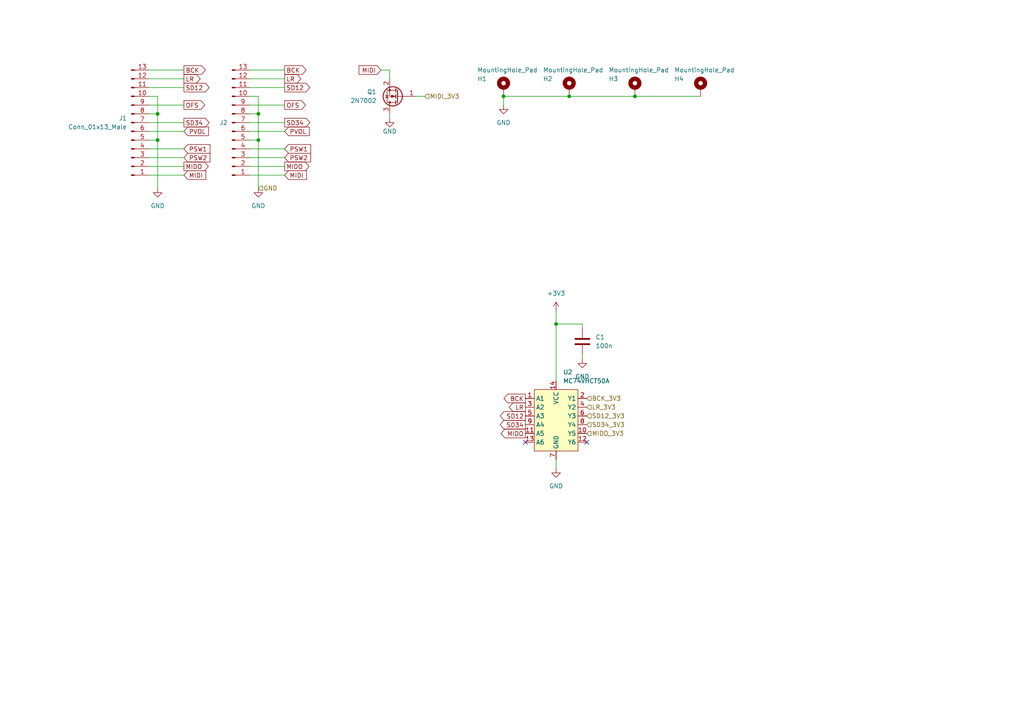
<source format=kicad_sch>
(kicad_sch (version 20211123) (generator eeschema)

  (uuid 7e2bd4b2-4005-4ceb-9b6d-779a5979155d)

  (paper "A4")

  (lib_symbols
    (symbol "Connector:Conn_01x13_Male" (pin_names (offset 1.016) hide) (in_bom yes) (on_board yes)
      (property "Reference" "J" (id 0) (at 0 17.78 0)
        (effects (font (size 1.27 1.27)))
      )
      (property "Value" "Conn_01x13_Male" (id 1) (at 0 -17.78 0)
        (effects (font (size 1.27 1.27)))
      )
      (property "Footprint" "" (id 2) (at 0 0 0)
        (effects (font (size 1.27 1.27)) hide)
      )
      (property "Datasheet" "~" (id 3) (at 0 0 0)
        (effects (font (size 1.27 1.27)) hide)
      )
      (property "ki_keywords" "connector" (id 4) (at 0 0 0)
        (effects (font (size 1.27 1.27)) hide)
      )
      (property "ki_description" "Generic connector, single row, 01x13, script generated (kicad-library-utils/schlib/autogen/connector/)" (id 5) (at 0 0 0)
        (effects (font (size 1.27 1.27)) hide)
      )
      (property "ki_fp_filters" "Connector*:*_1x??_*" (id 6) (at 0 0 0)
        (effects (font (size 1.27 1.27)) hide)
      )
      (symbol "Conn_01x13_Male_1_1"
        (polyline
          (pts
            (xy 1.27 -15.24)
            (xy 0.8636 -15.24)
          )
          (stroke (width 0.1524) (type default) (color 0 0 0 0))
          (fill (type none))
        )
        (polyline
          (pts
            (xy 1.27 -12.7)
            (xy 0.8636 -12.7)
          )
          (stroke (width 0.1524) (type default) (color 0 0 0 0))
          (fill (type none))
        )
        (polyline
          (pts
            (xy 1.27 -10.16)
            (xy 0.8636 -10.16)
          )
          (stroke (width 0.1524) (type default) (color 0 0 0 0))
          (fill (type none))
        )
        (polyline
          (pts
            (xy 1.27 -7.62)
            (xy 0.8636 -7.62)
          )
          (stroke (width 0.1524) (type default) (color 0 0 0 0))
          (fill (type none))
        )
        (polyline
          (pts
            (xy 1.27 -5.08)
            (xy 0.8636 -5.08)
          )
          (stroke (width 0.1524) (type default) (color 0 0 0 0))
          (fill (type none))
        )
        (polyline
          (pts
            (xy 1.27 -2.54)
            (xy 0.8636 -2.54)
          )
          (stroke (width 0.1524) (type default) (color 0 0 0 0))
          (fill (type none))
        )
        (polyline
          (pts
            (xy 1.27 0)
            (xy 0.8636 0)
          )
          (stroke (width 0.1524) (type default) (color 0 0 0 0))
          (fill (type none))
        )
        (polyline
          (pts
            (xy 1.27 2.54)
            (xy 0.8636 2.54)
          )
          (stroke (width 0.1524) (type default) (color 0 0 0 0))
          (fill (type none))
        )
        (polyline
          (pts
            (xy 1.27 5.08)
            (xy 0.8636 5.08)
          )
          (stroke (width 0.1524) (type default) (color 0 0 0 0))
          (fill (type none))
        )
        (polyline
          (pts
            (xy 1.27 7.62)
            (xy 0.8636 7.62)
          )
          (stroke (width 0.1524) (type default) (color 0 0 0 0))
          (fill (type none))
        )
        (polyline
          (pts
            (xy 1.27 10.16)
            (xy 0.8636 10.16)
          )
          (stroke (width 0.1524) (type default) (color 0 0 0 0))
          (fill (type none))
        )
        (polyline
          (pts
            (xy 1.27 12.7)
            (xy 0.8636 12.7)
          )
          (stroke (width 0.1524) (type default) (color 0 0 0 0))
          (fill (type none))
        )
        (polyline
          (pts
            (xy 1.27 15.24)
            (xy 0.8636 15.24)
          )
          (stroke (width 0.1524) (type default) (color 0 0 0 0))
          (fill (type none))
        )
        (rectangle (start 0.8636 -15.113) (end 0 -15.367)
          (stroke (width 0.1524) (type default) (color 0 0 0 0))
          (fill (type outline))
        )
        (rectangle (start 0.8636 -12.573) (end 0 -12.827)
          (stroke (width 0.1524) (type default) (color 0 0 0 0))
          (fill (type outline))
        )
        (rectangle (start 0.8636 -10.033) (end 0 -10.287)
          (stroke (width 0.1524) (type default) (color 0 0 0 0))
          (fill (type outline))
        )
        (rectangle (start 0.8636 -7.493) (end 0 -7.747)
          (stroke (width 0.1524) (type default) (color 0 0 0 0))
          (fill (type outline))
        )
        (rectangle (start 0.8636 -4.953) (end 0 -5.207)
          (stroke (width 0.1524) (type default) (color 0 0 0 0))
          (fill (type outline))
        )
        (rectangle (start 0.8636 -2.413) (end 0 -2.667)
          (stroke (width 0.1524) (type default) (color 0 0 0 0))
          (fill (type outline))
        )
        (rectangle (start 0.8636 0.127) (end 0 -0.127)
          (stroke (width 0.1524) (type default) (color 0 0 0 0))
          (fill (type outline))
        )
        (rectangle (start 0.8636 2.667) (end 0 2.413)
          (stroke (width 0.1524) (type default) (color 0 0 0 0))
          (fill (type outline))
        )
        (rectangle (start 0.8636 5.207) (end 0 4.953)
          (stroke (width 0.1524) (type default) (color 0 0 0 0))
          (fill (type outline))
        )
        (rectangle (start 0.8636 7.747) (end 0 7.493)
          (stroke (width 0.1524) (type default) (color 0 0 0 0))
          (fill (type outline))
        )
        (rectangle (start 0.8636 10.287) (end 0 10.033)
          (stroke (width 0.1524) (type default) (color 0 0 0 0))
          (fill (type outline))
        )
        (rectangle (start 0.8636 12.827) (end 0 12.573)
          (stroke (width 0.1524) (type default) (color 0 0 0 0))
          (fill (type outline))
        )
        (rectangle (start 0.8636 15.367) (end 0 15.113)
          (stroke (width 0.1524) (type default) (color 0 0 0 0))
          (fill (type outline))
        )
        (pin passive line (at 5.08 15.24 180) (length 3.81)
          (name "Pin_1" (effects (font (size 1.27 1.27))))
          (number "1" (effects (font (size 1.27 1.27))))
        )
        (pin passive line (at 5.08 -7.62 180) (length 3.81)
          (name "Pin_10" (effects (font (size 1.27 1.27))))
          (number "10" (effects (font (size 1.27 1.27))))
        )
        (pin passive line (at 5.08 -10.16 180) (length 3.81)
          (name "Pin_11" (effects (font (size 1.27 1.27))))
          (number "11" (effects (font (size 1.27 1.27))))
        )
        (pin passive line (at 5.08 -12.7 180) (length 3.81)
          (name "Pin_12" (effects (font (size 1.27 1.27))))
          (number "12" (effects (font (size 1.27 1.27))))
        )
        (pin passive line (at 5.08 -15.24 180) (length 3.81)
          (name "Pin_13" (effects (font (size 1.27 1.27))))
          (number "13" (effects (font (size 1.27 1.27))))
        )
        (pin passive line (at 5.08 12.7 180) (length 3.81)
          (name "Pin_2" (effects (font (size 1.27 1.27))))
          (number "2" (effects (font (size 1.27 1.27))))
        )
        (pin passive line (at 5.08 10.16 180) (length 3.81)
          (name "Pin_3" (effects (font (size 1.27 1.27))))
          (number "3" (effects (font (size 1.27 1.27))))
        )
        (pin passive line (at 5.08 7.62 180) (length 3.81)
          (name "Pin_4" (effects (font (size 1.27 1.27))))
          (number "4" (effects (font (size 1.27 1.27))))
        )
        (pin passive line (at 5.08 5.08 180) (length 3.81)
          (name "Pin_5" (effects (font (size 1.27 1.27))))
          (number "5" (effects (font (size 1.27 1.27))))
        )
        (pin passive line (at 5.08 2.54 180) (length 3.81)
          (name "Pin_6" (effects (font (size 1.27 1.27))))
          (number "6" (effects (font (size 1.27 1.27))))
        )
        (pin passive line (at 5.08 0 180) (length 3.81)
          (name "Pin_7" (effects (font (size 1.27 1.27))))
          (number "7" (effects (font (size 1.27 1.27))))
        )
        (pin passive line (at 5.08 -2.54 180) (length 3.81)
          (name "Pin_8" (effects (font (size 1.27 1.27))))
          (number "8" (effects (font (size 1.27 1.27))))
        )
        (pin passive line (at 5.08 -5.08 180) (length 3.81)
          (name "Pin_9" (effects (font (size 1.27 1.27))))
          (number "9" (effects (font (size 1.27 1.27))))
        )
      )
    )
    (symbol "Device:C" (pin_numbers hide) (pin_names (offset 0.254)) (in_bom yes) (on_board yes)
      (property "Reference" "C" (id 0) (at 0.635 2.54 0)
        (effects (font (size 1.27 1.27)) (justify left))
      )
      (property "Value" "C" (id 1) (at 0.635 -2.54 0)
        (effects (font (size 1.27 1.27)) (justify left))
      )
      (property "Footprint" "" (id 2) (at 0.9652 -3.81 0)
        (effects (font (size 1.27 1.27)) hide)
      )
      (property "Datasheet" "~" (id 3) (at 0 0 0)
        (effects (font (size 1.27 1.27)) hide)
      )
      (property "ki_keywords" "cap capacitor" (id 4) (at 0 0 0)
        (effects (font (size 1.27 1.27)) hide)
      )
      (property "ki_description" "Unpolarized capacitor" (id 5) (at 0 0 0)
        (effects (font (size 1.27 1.27)) hide)
      )
      (property "ki_fp_filters" "C_*" (id 6) (at 0 0 0)
        (effects (font (size 1.27 1.27)) hide)
      )
      (symbol "C_0_1"
        (polyline
          (pts
            (xy -2.032 -0.762)
            (xy 2.032 -0.762)
          )
          (stroke (width 0.508) (type default) (color 0 0 0 0))
          (fill (type none))
        )
        (polyline
          (pts
            (xy -2.032 0.762)
            (xy 2.032 0.762)
          )
          (stroke (width 0.508) (type default) (color 0 0 0 0))
          (fill (type none))
        )
      )
      (symbol "C_1_1"
        (pin passive line (at 0 3.81 270) (length 2.794)
          (name "~" (effects (font (size 1.27 1.27))))
          (number "1" (effects (font (size 1.27 1.27))))
        )
        (pin passive line (at 0 -3.81 90) (length 2.794)
          (name "~" (effects (font (size 1.27 1.27))))
          (number "2" (effects (font (size 1.27 1.27))))
        )
      )
    )
    (symbol "Mechanical:MountingHole_Pad" (pin_numbers hide) (pin_names (offset 1.016) hide) (in_bom yes) (on_board yes)
      (property "Reference" "H" (id 0) (at 0 6.35 0)
        (effects (font (size 1.27 1.27)))
      )
      (property "Value" "MountingHole_Pad" (id 1) (at 0 4.445 0)
        (effects (font (size 1.27 1.27)))
      )
      (property "Footprint" "" (id 2) (at 0 0 0)
        (effects (font (size 1.27 1.27)) hide)
      )
      (property "Datasheet" "~" (id 3) (at 0 0 0)
        (effects (font (size 1.27 1.27)) hide)
      )
      (property "ki_keywords" "mounting hole" (id 4) (at 0 0 0)
        (effects (font (size 1.27 1.27)) hide)
      )
      (property "ki_description" "Mounting Hole with connection" (id 5) (at 0 0 0)
        (effects (font (size 1.27 1.27)) hide)
      )
      (property "ki_fp_filters" "MountingHole*Pad*" (id 6) (at 0 0 0)
        (effects (font (size 1.27 1.27)) hide)
      )
      (symbol "MountingHole_Pad_0_1"
        (circle (center 0 1.27) (radius 1.27)
          (stroke (width 1.27) (type default) (color 0 0 0 0))
          (fill (type none))
        )
      )
      (symbol "MountingHole_Pad_1_1"
        (pin input line (at 0 -2.54 90) (length 2.54)
          (name "1" (effects (font (size 1.27 1.27))))
          (number "1" (effects (font (size 1.27 1.27))))
        )
      )
    )
    (symbol "New_Library:MC74VHCT50A" (in_bom yes) (on_board yes)
      (property "Reference" "U" (id 0) (at -6.35 10.16 0)
        (effects (font (size 1.27 1.27)))
      )
      (property "Value" "MC74VHCT50A" (id 1) (at -8.89 -10.16 0)
        (effects (font (size 1.27 1.27)))
      )
      (property "Footprint" "" (id 2) (at 22.86 10.16 0)
        (effects (font (size 1.27 1.27)) hide)
      )
      (property "Datasheet" "https://www.onsemi.com/pdf/datasheet/mc74vhct50a-d.pdf" (id 3) (at -1.27 0 0)
        (effects (font (size 1.27 1.27)) hide)
      )
      (property "ki_fp_filters" "Package_SO:TSSOP-14_4.4x5mm_P0.65mm Package_SO:SOIC-14_3.9x8.7mm_P1.27mm" (id 4) (at 0 0 0)
        (effects (font (size 1.27 1.27)) hide)
      )
      (symbol "MC74VHCT50A_0_1"
        (rectangle (start -6.35 8.89) (end 6.35 -8.89)
          (stroke (width 0) (type default) (color 0 0 0 0))
          (fill (type background))
        )
      )
      (symbol "MC74VHCT50A_1_1"
        (pin input line (at -8.89 6.35 0) (length 2.54)
          (name "A1" (effects (font (size 1.27 1.27))))
          (number "1" (effects (font (size 1.27 1.27))))
        )
        (pin output line (at 8.89 -3.81 180) (length 2.54)
          (name "Y5" (effects (font (size 1.27 1.27))))
          (number "10" (effects (font (size 1.27 1.27))))
        )
        (pin input line (at -8.89 -3.81 0) (length 2.54)
          (name "A5" (effects (font (size 1.27 1.27))))
          (number "11" (effects (font (size 1.27 1.27))))
        )
        (pin output line (at 8.89 -6.35 180) (length 2.54)
          (name "Y6" (effects (font (size 1.27 1.27))))
          (number "12" (effects (font (size 1.27 1.27))))
        )
        (pin input line (at -8.89 -6.35 0) (length 2.54)
          (name "A6" (effects (font (size 1.27 1.27))))
          (number "13" (effects (font (size 1.27 1.27))))
        )
        (pin power_in line (at 0 11.43 270) (length 2.54)
          (name "VCC" (effects (font (size 1.27 1.27))))
          (number "14" (effects (font (size 1.27 1.27))))
        )
        (pin output line (at 8.89 6.35 180) (length 2.54)
          (name "Y1" (effects (font (size 1.27 1.27))))
          (number "2" (effects (font (size 1.27 1.27))))
        )
        (pin input line (at -8.89 3.81 0) (length 2.54)
          (name "A2" (effects (font (size 1.27 1.27))))
          (number "3" (effects (font (size 1.27 1.27))))
        )
        (pin output line (at 8.89 3.81 180) (length 2.54)
          (name "Y2" (effects (font (size 1.27 1.27))))
          (number "4" (effects (font (size 1.27 1.27))))
        )
        (pin input line (at -8.89 1.27 0) (length 2.54)
          (name "A3" (effects (font (size 1.27 1.27))))
          (number "5" (effects (font (size 1.27 1.27))))
        )
        (pin output line (at 8.89 1.27 180) (length 2.54)
          (name "Y3" (effects (font (size 1.27 1.27))))
          (number "6" (effects (font (size 1.27 1.27))))
        )
        (pin power_in line (at 0 -11.43 90) (length 2.54)
          (name "GND" (effects (font (size 1.27 1.27))))
          (number "7" (effects (font (size 1.27 1.27))))
        )
        (pin output line (at 8.89 -1.27 180) (length 2.54)
          (name "Y4" (effects (font (size 1.27 1.27))))
          (number "8" (effects (font (size 1.27 1.27))))
        )
        (pin input line (at -8.89 -1.27 0) (length 2.54)
          (name "A4" (effects (font (size 1.27 1.27))))
          (number "9" (effects (font (size 1.27 1.27))))
        )
      )
    )
    (symbol "Transistor_FET:2N7002" (pin_names hide) (in_bom yes) (on_board yes)
      (property "Reference" "Q" (id 0) (at 5.08 1.905 0)
        (effects (font (size 1.27 1.27)) (justify left))
      )
      (property "Value" "2N7002" (id 1) (at 5.08 0 0)
        (effects (font (size 1.27 1.27)) (justify left))
      )
      (property "Footprint" "Package_TO_SOT_SMD:SOT-23" (id 2) (at 5.08 -1.905 0)
        (effects (font (size 1.27 1.27) italic) (justify left) hide)
      )
      (property "Datasheet" "https://www.onsemi.com/pub/Collateral/NDS7002A-D.PDF" (id 3) (at 0 0 0)
        (effects (font (size 1.27 1.27)) (justify left) hide)
      )
      (property "ki_keywords" "N-Channel Switching MOSFET" (id 4) (at 0 0 0)
        (effects (font (size 1.27 1.27)) hide)
      )
      (property "ki_description" "0.115A Id, 60V Vds, N-Channel MOSFET, SOT-23" (id 5) (at 0 0 0)
        (effects (font (size 1.27 1.27)) hide)
      )
      (property "ki_fp_filters" "SOT?23*" (id 6) (at 0 0 0)
        (effects (font (size 1.27 1.27)) hide)
      )
      (symbol "2N7002_0_1"
        (polyline
          (pts
            (xy 0.254 0)
            (xy -2.54 0)
          )
          (stroke (width 0) (type default) (color 0 0 0 0))
          (fill (type none))
        )
        (polyline
          (pts
            (xy 0.254 1.905)
            (xy 0.254 -1.905)
          )
          (stroke (width 0.254) (type default) (color 0 0 0 0))
          (fill (type none))
        )
        (polyline
          (pts
            (xy 0.762 -1.27)
            (xy 0.762 -2.286)
          )
          (stroke (width 0.254) (type default) (color 0 0 0 0))
          (fill (type none))
        )
        (polyline
          (pts
            (xy 0.762 0.508)
            (xy 0.762 -0.508)
          )
          (stroke (width 0.254) (type default) (color 0 0 0 0))
          (fill (type none))
        )
        (polyline
          (pts
            (xy 0.762 2.286)
            (xy 0.762 1.27)
          )
          (stroke (width 0.254) (type default) (color 0 0 0 0))
          (fill (type none))
        )
        (polyline
          (pts
            (xy 2.54 2.54)
            (xy 2.54 1.778)
          )
          (stroke (width 0) (type default) (color 0 0 0 0))
          (fill (type none))
        )
        (polyline
          (pts
            (xy 2.54 -2.54)
            (xy 2.54 0)
            (xy 0.762 0)
          )
          (stroke (width 0) (type default) (color 0 0 0 0))
          (fill (type none))
        )
        (polyline
          (pts
            (xy 0.762 -1.778)
            (xy 3.302 -1.778)
            (xy 3.302 1.778)
            (xy 0.762 1.778)
          )
          (stroke (width 0) (type default) (color 0 0 0 0))
          (fill (type none))
        )
        (polyline
          (pts
            (xy 1.016 0)
            (xy 2.032 0.381)
            (xy 2.032 -0.381)
            (xy 1.016 0)
          )
          (stroke (width 0) (type default) (color 0 0 0 0))
          (fill (type outline))
        )
        (polyline
          (pts
            (xy 2.794 0.508)
            (xy 2.921 0.381)
            (xy 3.683 0.381)
            (xy 3.81 0.254)
          )
          (stroke (width 0) (type default) (color 0 0 0 0))
          (fill (type none))
        )
        (polyline
          (pts
            (xy 3.302 0.381)
            (xy 2.921 -0.254)
            (xy 3.683 -0.254)
            (xy 3.302 0.381)
          )
          (stroke (width 0) (type default) (color 0 0 0 0))
          (fill (type none))
        )
        (circle (center 1.651 0) (radius 2.794)
          (stroke (width 0.254) (type default) (color 0 0 0 0))
          (fill (type none))
        )
        (circle (center 2.54 -1.778) (radius 0.254)
          (stroke (width 0) (type default) (color 0 0 0 0))
          (fill (type outline))
        )
        (circle (center 2.54 1.778) (radius 0.254)
          (stroke (width 0) (type default) (color 0 0 0 0))
          (fill (type outline))
        )
      )
      (symbol "2N7002_1_1"
        (pin input line (at -5.08 0 0) (length 2.54)
          (name "G" (effects (font (size 1.27 1.27))))
          (number "1" (effects (font (size 1.27 1.27))))
        )
        (pin passive line (at 2.54 -5.08 90) (length 2.54)
          (name "S" (effects (font (size 1.27 1.27))))
          (number "2" (effects (font (size 1.27 1.27))))
        )
        (pin passive line (at 2.54 5.08 270) (length 2.54)
          (name "D" (effects (font (size 1.27 1.27))))
          (number "3" (effects (font (size 1.27 1.27))))
        )
      )
    )
    (symbol "power:+3V3" (power) (pin_names (offset 0)) (in_bom yes) (on_board yes)
      (property "Reference" "#PWR" (id 0) (at 0 -3.81 0)
        (effects (font (size 1.27 1.27)) hide)
      )
      (property "Value" "+3V3" (id 1) (at 0 3.556 0)
        (effects (font (size 1.27 1.27)))
      )
      (property "Footprint" "" (id 2) (at 0 0 0)
        (effects (font (size 1.27 1.27)) hide)
      )
      (property "Datasheet" "" (id 3) (at 0 0 0)
        (effects (font (size 1.27 1.27)) hide)
      )
      (property "ki_keywords" "power-flag" (id 4) (at 0 0 0)
        (effects (font (size 1.27 1.27)) hide)
      )
      (property "ki_description" "Power symbol creates a global label with name \"+3V3\"" (id 5) (at 0 0 0)
        (effects (font (size 1.27 1.27)) hide)
      )
      (symbol "+3V3_0_1"
        (polyline
          (pts
            (xy -0.762 1.27)
            (xy 0 2.54)
          )
          (stroke (width 0) (type default) (color 0 0 0 0))
          (fill (type none))
        )
        (polyline
          (pts
            (xy 0 0)
            (xy 0 2.54)
          )
          (stroke (width 0) (type default) (color 0 0 0 0))
          (fill (type none))
        )
        (polyline
          (pts
            (xy 0 2.54)
            (xy 0.762 1.27)
          )
          (stroke (width 0) (type default) (color 0 0 0 0))
          (fill (type none))
        )
      )
      (symbol "+3V3_1_1"
        (pin power_in line (at 0 0 90) (length 0) hide
          (name "+3V3" (effects (font (size 1.27 1.27))))
          (number "1" (effects (font (size 1.27 1.27))))
        )
      )
    )
    (symbol "power:GND" (power) (pin_names (offset 0)) (in_bom yes) (on_board yes)
      (property "Reference" "#PWR" (id 0) (at 0 -6.35 0)
        (effects (font (size 1.27 1.27)) hide)
      )
      (property "Value" "GND" (id 1) (at 0 -3.81 0)
        (effects (font (size 1.27 1.27)))
      )
      (property "Footprint" "" (id 2) (at 0 0 0)
        (effects (font (size 1.27 1.27)) hide)
      )
      (property "Datasheet" "" (id 3) (at 0 0 0)
        (effects (font (size 1.27 1.27)) hide)
      )
      (property "ki_keywords" "power-flag" (id 4) (at 0 0 0)
        (effects (font (size 1.27 1.27)) hide)
      )
      (property "ki_description" "Power symbol creates a global label with name \"GND\" , ground" (id 5) (at 0 0 0)
        (effects (font (size 1.27 1.27)) hide)
      )
      (symbol "GND_0_1"
        (polyline
          (pts
            (xy 0 0)
            (xy 0 -1.27)
            (xy 1.27 -1.27)
            (xy 0 -2.54)
            (xy -1.27 -1.27)
            (xy 0 -1.27)
          )
          (stroke (width 0) (type default) (color 0 0 0 0))
          (fill (type none))
        )
      )
      (symbol "GND_1_1"
        (pin power_in line (at 0 0 270) (length 0) hide
          (name "GND" (effects (font (size 1.27 1.27))))
          (number "1" (effects (font (size 1.27 1.27))))
        )
      )
    )
  )

  (junction (at 45.72 40.64) (diameter 0) (color 0 0 0 0)
    (uuid 00d93f93-817c-4a4a-9b98-74cbab66fbb8)
  )
  (junction (at 184.15 27.94) (diameter 0) (color 0 0 0 0)
    (uuid 0d91e695-d4eb-4e17-a561-1d88f7240780)
  )
  (junction (at 74.93 33.02) (diameter 0) (color 0 0 0 0)
    (uuid 1e05cf42-f9c8-43d4-b029-2a8bbfc04162)
  )
  (junction (at 146.05 27.94) (diameter 0) (color 0 0 0 0)
    (uuid 85e984ca-3669-4d2c-89a2-7d913ed32e47)
  )
  (junction (at 165.1 27.94) (diameter 0) (color 0 0 0 0)
    (uuid b051d0b2-686f-4fd1-9f98-11ed2f8f6606)
  )
  (junction (at 161.29 93.98) (diameter 0) (color 0 0 0 0)
    (uuid c3b13e7e-ebe5-4317-9efc-1e4470715dd1)
  )
  (junction (at 45.72 33.02) (diameter 0) (color 0 0 0 0)
    (uuid ea1d19d1-5324-4880-89e7-e94e71d77d2b)
  )
  (junction (at 74.93 40.64) (diameter 0) (color 0 0 0 0)
    (uuid f7bfcddc-9c64-4c64-93ee-91438c8b1699)
  )

  (no_connect (at 152.4 128.27) (uuid 5bddbd3d-2964-4b88-8cdf-a895f4087d15))
  (no_connect (at 170.18 128.27) (uuid 5bddbd3d-2964-4b88-8cdf-a895f4087d16))

  (wire (pts (xy 82.55 20.32) (xy 72.39 20.32))
    (stroke (width 0) (type default) (color 0 0 0 0))
    (uuid 0180eeaa-33bc-4814-bb36-be885530c684)
  )
  (wire (pts (xy 53.34 38.1) (xy 43.18 38.1))
    (stroke (width 0) (type default) (color 0 0 0 0))
    (uuid 045727d9-bd9b-452b-9df6-ce2b7a08931b)
  )
  (wire (pts (xy 74.93 27.94) (xy 72.39 27.94))
    (stroke (width 0) (type default) (color 0 0 0 0))
    (uuid 063cd404-788d-4fbd-8c68-e866f24ebf58)
  )
  (wire (pts (xy 53.34 50.8) (xy 43.18 50.8))
    (stroke (width 0) (type default) (color 0 0 0 0))
    (uuid 0d64ba8c-0eda-4de1-ba6d-898b95c183d1)
  )
  (wire (pts (xy 161.29 93.98) (xy 168.91 93.98))
    (stroke (width 0) (type default) (color 0 0 0 0))
    (uuid 0f4399fa-9ce5-4f24-84b6-a0ec1b99e991)
  )
  (wire (pts (xy 53.34 25.4) (xy 43.18 25.4))
    (stroke (width 0) (type default) (color 0 0 0 0))
    (uuid 113cfa22-b729-4c11-a4b5-13daeb1e7ab9)
  )
  (wire (pts (xy 146.05 27.94) (xy 146.05 30.48))
    (stroke (width 0) (type default) (color 0 0 0 0))
    (uuid 11871229-22bf-42b1-a7c9-d0d066b6838a)
  )
  (wire (pts (xy 72.39 40.64) (xy 74.93 40.64))
    (stroke (width 0) (type default) (color 0 0 0 0))
    (uuid 1dfb3a17-bd11-4497-a395-bc7b151cbc5c)
  )
  (wire (pts (xy 43.18 33.02) (xy 45.72 33.02))
    (stroke (width 0) (type default) (color 0 0 0 0))
    (uuid 211fa99c-3812-4e87-965d-152d30318ffe)
  )
  (wire (pts (xy 45.72 33.02) (xy 45.72 27.94))
    (stroke (width 0) (type default) (color 0 0 0 0))
    (uuid 220fc261-0544-4d4a-aeb3-1745f85a41a9)
  )
  (wire (pts (xy 123.19 27.94) (xy 120.65 27.94))
    (stroke (width 0) (type default) (color 0 0 0 0))
    (uuid 2aa94306-19ce-44df-953e-e229e650a11d)
  )
  (wire (pts (xy 203.2 27.94) (xy 184.15 27.94))
    (stroke (width 0) (type default) (color 0 0 0 0))
    (uuid 32a4ecb9-9505-4966-988b-b05f33692228)
  )
  (wire (pts (xy 74.93 54.61) (xy 74.93 40.64))
    (stroke (width 0) (type default) (color 0 0 0 0))
    (uuid 3b4b8724-8c61-4a2d-9861-90587c4236a3)
  )
  (wire (pts (xy 161.29 93.98) (xy 161.29 110.49))
    (stroke (width 0) (type default) (color 0 0 0 0))
    (uuid 3ea164ae-4fc7-4742-962e-c33841cb1a1a)
  )
  (wire (pts (xy 82.55 45.72) (xy 72.39 45.72))
    (stroke (width 0) (type default) (color 0 0 0 0))
    (uuid 461d861e-fc5d-4937-9695-7fccc3718b41)
  )
  (wire (pts (xy 53.34 22.86) (xy 43.18 22.86))
    (stroke (width 0) (type default) (color 0 0 0 0))
    (uuid 5008d2ba-3f84-4d48-98eb-74418a605cf6)
  )
  (wire (pts (xy 82.55 35.56) (xy 72.39 35.56))
    (stroke (width 0) (type default) (color 0 0 0 0))
    (uuid 5187af06-feb0-4de5-9c1b-c866e473051a)
  )
  (wire (pts (xy 72.39 33.02) (xy 74.93 33.02))
    (stroke (width 0) (type default) (color 0 0 0 0))
    (uuid 530d79ca-19c3-4c5e-98f9-2c954cf2d532)
  )
  (wire (pts (xy 113.03 34.29) (xy 113.03 33.02))
    (stroke (width 0) (type default) (color 0 0 0 0))
    (uuid 56a0cf08-bcf5-451f-a778-1c305dca9f71)
  )
  (wire (pts (xy 168.91 104.14) (xy 168.91 102.87))
    (stroke (width 0) (type default) (color 0 0 0 0))
    (uuid 578b028c-d478-4318-9383-2598e4450a1d)
  )
  (wire (pts (xy 82.55 50.8) (xy 72.39 50.8))
    (stroke (width 0) (type default) (color 0 0 0 0))
    (uuid 59bb77cc-4598-424e-add9-ad8be73d09dc)
  )
  (wire (pts (xy 45.72 54.61) (xy 45.72 40.64))
    (stroke (width 0) (type default) (color 0 0 0 0))
    (uuid 5a47e33f-3764-4e73-b41f-28daf4c5426d)
  )
  (wire (pts (xy 168.91 93.98) (xy 168.91 95.25))
    (stroke (width 0) (type default) (color 0 0 0 0))
    (uuid 6472e3d5-f807-45d2-80ad-ac43f9f902e1)
  )
  (wire (pts (xy 53.34 35.56) (xy 43.18 35.56))
    (stroke (width 0) (type default) (color 0 0 0 0))
    (uuid 6725cf01-8b6d-4ff6-9c5b-235f9ce6b2d0)
  )
  (wire (pts (xy 74.93 33.02) (xy 74.93 27.94))
    (stroke (width 0) (type default) (color 0 0 0 0))
    (uuid 692c5763-0eb7-43fc-ae4e-24082b5781dd)
  )
  (wire (pts (xy 161.29 90.17) (xy 161.29 93.98))
    (stroke (width 0) (type default) (color 0 0 0 0))
    (uuid 78604aac-f8c1-4aa4-9c14-1cf162e37595)
  )
  (wire (pts (xy 45.72 40.64) (xy 45.72 33.02))
    (stroke (width 0) (type default) (color 0 0 0 0))
    (uuid 79889e4b-eff6-49d4-9c65-27cdc8a88f9b)
  )
  (wire (pts (xy 74.93 40.64) (xy 74.93 33.02))
    (stroke (width 0) (type default) (color 0 0 0 0))
    (uuid 7f289a5c-692d-4a6f-9434-59c2b1fb75d6)
  )
  (wire (pts (xy 110.49 20.32) (xy 113.03 20.32))
    (stroke (width 0) (type default) (color 0 0 0 0))
    (uuid 81ba34c6-2125-4583-9449-6225eb3db136)
  )
  (wire (pts (xy 53.34 48.26) (xy 43.18 48.26))
    (stroke (width 0) (type default) (color 0 0 0 0))
    (uuid 9494a350-5abf-429b-8d90-de916f6b309c)
  )
  (wire (pts (xy 82.55 48.26) (xy 72.39 48.26))
    (stroke (width 0) (type default) (color 0 0 0 0))
    (uuid 9602a74c-4db2-4dc3-bf09-b79de5e4f007)
  )
  (wire (pts (xy 184.15 27.94) (xy 165.1 27.94))
    (stroke (width 0) (type default) (color 0 0 0 0))
    (uuid 968eca6d-217f-463f-8a63-07d91e97b1ae)
  )
  (wire (pts (xy 82.55 25.4) (xy 72.39 25.4))
    (stroke (width 0) (type default) (color 0 0 0 0))
    (uuid 9825fee3-4f84-4c0f-a6dd-daa3710f68fa)
  )
  (wire (pts (xy 53.34 30.48) (xy 43.18 30.48))
    (stroke (width 0) (type default) (color 0 0 0 0))
    (uuid 9958192b-4181-4550-a2fd-6af613803b99)
  )
  (wire (pts (xy 113.03 20.32) (xy 113.03 22.86))
    (stroke (width 0) (type default) (color 0 0 0 0))
    (uuid 9a986612-ea70-458d-87e0-5f00532f45b4)
  )
  (wire (pts (xy 45.72 27.94) (xy 43.18 27.94))
    (stroke (width 0) (type default) (color 0 0 0 0))
    (uuid 9da897ef-a967-4cc6-a99e-e5e430f76010)
  )
  (wire (pts (xy 82.55 22.86) (xy 72.39 22.86))
    (stroke (width 0) (type default) (color 0 0 0 0))
    (uuid 9e618b0f-ba9c-4acc-a908-f323d9d041cd)
  )
  (wire (pts (xy 82.55 43.18) (xy 72.39 43.18))
    (stroke (width 0) (type default) (color 0 0 0 0))
    (uuid bc5795ad-6b07-4f7c-9c25-91e2e9f6b57b)
  )
  (wire (pts (xy 53.34 20.32) (xy 43.18 20.32))
    (stroke (width 0) (type default) (color 0 0 0 0))
    (uuid c3ab5015-1d12-477c-a832-39f7166f2aa7)
  )
  (wire (pts (xy 53.34 43.18) (xy 43.18 43.18))
    (stroke (width 0) (type default) (color 0 0 0 0))
    (uuid c5affe03-5db3-4ad3-a109-6ebbc5d6b893)
  )
  (wire (pts (xy 161.29 135.89) (xy 161.29 133.35))
    (stroke (width 0) (type default) (color 0 0 0 0))
    (uuid c8bae535-8a4e-4155-be8e-8d48049428a1)
  )
  (wire (pts (xy 82.55 30.48) (xy 72.39 30.48))
    (stroke (width 0) (type default) (color 0 0 0 0))
    (uuid de8fa6a4-a269-4cda-aef9-0a80fc99ba6d)
  )
  (wire (pts (xy 53.34 45.72) (xy 43.18 45.72))
    (stroke (width 0) (type default) (color 0 0 0 0))
    (uuid df169b50-27c0-4b58-9dac-80b43d76351a)
  )
  (wire (pts (xy 82.55 38.1) (xy 72.39 38.1))
    (stroke (width 0) (type default) (color 0 0 0 0))
    (uuid eb8348e9-ed3f-4837-8a17-01f4efdbbe26)
  )
  (wire (pts (xy 43.18 40.64) (xy 45.72 40.64))
    (stroke (width 0) (type default) (color 0 0 0 0))
    (uuid f12a6a22-6228-4291-b710-aceb3b8bff16)
  )
  (wire (pts (xy 165.1 27.94) (xy 146.05 27.94))
    (stroke (width 0) (type default) (color 0 0 0 0))
    (uuid f7e0bbc7-e78d-4e09-9a76-f334686783ee)
  )

  (global_label "PVOL" (shape input) (at 53.34 38.1 0) (fields_autoplaced)
    (effects (font (size 1.27 1.27)) (justify left))
    (uuid 020c3b76-d922-434a-ab8f-f7d8cfb855c4)
    (property "Intersheet References" "${INTERSHEET_REFS}" (id 0) (at 60.4702 38.0206 0)
      (effects (font (size 1.27 1.27)) (justify left) hide)
    )
  )
  (global_label "SD34" (shape output) (at 82.55 35.56 0) (fields_autoplaced)
    (effects (font (size 1.27 1.27)) (justify left))
    (uuid 06089508-65e3-4680-8fc3-5488b5a1766f)
    (property "Intersheet References" "${INTERSHEET_REFS}" (id 0) (at 89.8617 35.4806 0)
      (effects (font (size 1.27 1.27)) (justify left) hide)
    )
  )
  (global_label "LR" (shape output) (at 152.4 118.11 180) (fields_autoplaced)
    (effects (font (size 1.27 1.27)) (justify right))
    (uuid 081e8550-56e4-4de8-b0fa-6fffd3533074)
    (property "Intersheet References" "${INTERSHEET_REFS}" (id 0) (at 147.6888 118.1894 0)
      (effects (font (size 1.27 1.27)) (justify right) hide)
    )
  )
  (global_label "MIDI" (shape input) (at 53.34 50.8 0) (fields_autoplaced)
    (effects (font (size 1.27 1.27)) (justify left))
    (uuid 097cba78-68a6-42f7-8a26-7f864fddc99d)
    (property "Intersheet References" "${INTERSHEET_REFS}" (id 0) (at 59.6841 50.7206 0)
      (effects (font (size 1.27 1.27)) (justify left) hide)
    )
  )
  (global_label "SD12" (shape output) (at 82.55 25.4 0) (fields_autoplaced)
    (effects (font (size 1.27 1.27)) (justify left))
    (uuid 22203534-3aff-463c-ab14-fe53dca428a2)
    (property "Intersheet References" "${INTERSHEET_REFS}" (id 0) (at 89.8617 25.3206 0)
      (effects (font (size 1.27 1.27)) (justify left) hide)
    )
  )
  (global_label "SD34" (shape output) (at 53.34 35.56 0) (fields_autoplaced)
    (effects (font (size 1.27 1.27)) (justify left))
    (uuid 234dee4c-640b-4cd4-8220-a061cd8bea6e)
    (property "Intersheet References" "${INTERSHEET_REFS}" (id 0) (at 60.6517 35.4806 0)
      (effects (font (size 1.27 1.27)) (justify left) hide)
    )
  )
  (global_label "MIDI" (shape input) (at 82.55 50.8 0) (fields_autoplaced)
    (effects (font (size 1.27 1.27)) (justify left))
    (uuid 2b094c33-f98e-4946-863c-a41d4b20eb6f)
    (property "Intersheet References" "${INTERSHEET_REFS}" (id 0) (at 88.8941 50.7206 0)
      (effects (font (size 1.27 1.27)) (justify left) hide)
    )
  )
  (global_label "MIDO" (shape output) (at 152.4 125.73 180) (fields_autoplaced)
    (effects (font (size 1.27 1.27)) (justify right))
    (uuid 4e4876e9-3c40-4aae-a23f-a408720c01a8)
    (property "Intersheet References" "${INTERSHEET_REFS}" (id 0) (at 145.3302 125.8094 0)
      (effects (font (size 1.27 1.27)) (justify right) hide)
    )
  )
  (global_label "BCK" (shape output) (at 82.55 20.32 0) (fields_autoplaced)
    (effects (font (size 1.27 1.27)) (justify left))
    (uuid 57092503-2ded-4b6c-904d-9abc7b0ddfa3)
    (property "Intersheet References" "${INTERSHEET_REFS}" (id 0) (at 88.7731 20.2406 0)
      (effects (font (size 1.27 1.27)) (justify left) hide)
    )
  )
  (global_label "OFS" (shape output) (at 82.55 30.48 0) (fields_autoplaced)
    (effects (font (size 1.27 1.27)) (justify left))
    (uuid 604d5a13-f3b2-4926-8008-697c7f009fbf)
    (property "Intersheet References" "${INTERSHEET_REFS}" (id 0) (at 88.5917 30.4006 0)
      (effects (font (size 1.27 1.27)) (justify left) hide)
    )
  )
  (global_label "SD12" (shape output) (at 152.4 120.65 180) (fields_autoplaced)
    (effects (font (size 1.27 1.27)) (justify right))
    (uuid 63a76a2b-431e-41fd-a5ba-133a20affe03)
    (property "Intersheet References" "${INTERSHEET_REFS}" (id 0) (at 145.0883 120.7294 0)
      (effects (font (size 1.27 1.27)) (justify right) hide)
    )
  )
  (global_label "MIDI" (shape input) (at 110.49 20.32 180) (fields_autoplaced)
    (effects (font (size 1.27 1.27)) (justify right))
    (uuid 6ef190e1-19e0-4023-9935-46993f78d6ab)
    (property "Intersheet References" "${INTERSHEET_REFS}" (id 0) (at 104.1459 20.2406 0)
      (effects (font (size 1.27 1.27)) (justify right) hide)
    )
  )
  (global_label "SD34" (shape output) (at 152.4 123.19 180) (fields_autoplaced)
    (effects (font (size 1.27 1.27)) (justify right))
    (uuid 75674b2b-5e49-4d0d-b724-842003ef4290)
    (property "Intersheet References" "${INTERSHEET_REFS}" (id 0) (at 145.0883 123.2694 0)
      (effects (font (size 1.27 1.27)) (justify right) hide)
    )
  )
  (global_label "PSW2" (shape input) (at 53.34 45.72 0) (fields_autoplaced)
    (effects (font (size 1.27 1.27)) (justify left))
    (uuid 76686ba9-d0a0-492b-99bd-ac65ca544d36)
    (property "Intersheet References" "${INTERSHEET_REFS}" (id 0) (at 60.8936 45.6406 0)
      (effects (font (size 1.27 1.27)) (justify left) hide)
    )
  )
  (global_label "PSW1" (shape input) (at 82.55 43.18 0) (fields_autoplaced)
    (effects (font (size 1.27 1.27)) (justify left))
    (uuid 8d98d557-a978-4f0f-8b27-e7c889e546f7)
    (property "Intersheet References" "${INTERSHEET_REFS}" (id 0) (at 90.1036 43.1006 0)
      (effects (font (size 1.27 1.27)) (justify left) hide)
    )
  )
  (global_label "LR" (shape output) (at 82.55 22.86 0) (fields_autoplaced)
    (effects (font (size 1.27 1.27)) (justify left))
    (uuid 9373fead-f98a-4f12-8aec-683a7cb79d87)
    (property "Intersheet References" "${INTERSHEET_REFS}" (id 0) (at 87.2612 22.7806 0)
      (effects (font (size 1.27 1.27)) (justify left) hide)
    )
  )
  (global_label "PVOL" (shape input) (at 82.55 38.1 0) (fields_autoplaced)
    (effects (font (size 1.27 1.27)) (justify left))
    (uuid 96e5e15b-5d79-4934-be25-e103f37f728a)
    (property "Intersheet References" "${INTERSHEET_REFS}" (id 0) (at 89.6802 38.0206 0)
      (effects (font (size 1.27 1.27)) (justify left) hide)
    )
  )
  (global_label "PSW1" (shape input) (at 53.34 43.18 0) (fields_autoplaced)
    (effects (font (size 1.27 1.27)) (justify left))
    (uuid 9bf5863d-2653-405f-a87c-f477a3fa3fd5)
    (property "Intersheet References" "${INTERSHEET_REFS}" (id 0) (at 60.8936 43.1006 0)
      (effects (font (size 1.27 1.27)) (justify left) hide)
    )
  )
  (global_label "MIDO" (shape output) (at 53.34 48.26 0) (fields_autoplaced)
    (effects (font (size 1.27 1.27)) (justify left))
    (uuid a3a8dfbe-1d39-49a4-8899-e67aad371338)
    (property "Intersheet References" "${INTERSHEET_REFS}" (id 0) (at 60.4098 48.1806 0)
      (effects (font (size 1.27 1.27)) (justify left) hide)
    )
  )
  (global_label "OFS" (shape output) (at 53.34 30.48 0) (fields_autoplaced)
    (effects (font (size 1.27 1.27)) (justify left))
    (uuid a582b594-3d9b-4bcc-9233-bb075c68c1e0)
    (property "Intersheet References" "${INTERSHEET_REFS}" (id 0) (at 59.3817 30.4006 0)
      (effects (font (size 1.27 1.27)) (justify left) hide)
    )
  )
  (global_label "BCK" (shape output) (at 152.4 115.57 180) (fields_autoplaced)
    (effects (font (size 1.27 1.27)) (justify right))
    (uuid af81f222-414c-4c65-9577-b99e20804901)
    (property "Intersheet References" "${INTERSHEET_REFS}" (id 0) (at 146.1769 115.6494 0)
      (effects (font (size 1.27 1.27)) (justify right) hide)
    )
  )
  (global_label "MIDO" (shape output) (at 82.55 48.26 0) (fields_autoplaced)
    (effects (font (size 1.27 1.27)) (justify left))
    (uuid b367fec1-fb98-43ea-9ef6-419fac225958)
    (property "Intersheet References" "${INTERSHEET_REFS}" (id 0) (at 89.6198 48.1806 0)
      (effects (font (size 1.27 1.27)) (justify left) hide)
    )
  )
  (global_label "LR" (shape output) (at 53.34 22.86 0) (fields_autoplaced)
    (effects (font (size 1.27 1.27)) (justify left))
    (uuid bf0e3122-2c4f-4184-864f-05307d8290ad)
    (property "Intersheet References" "${INTERSHEET_REFS}" (id 0) (at 58.0512 22.7806 0)
      (effects (font (size 1.27 1.27)) (justify left) hide)
    )
  )
  (global_label "PSW2" (shape input) (at 82.55 45.72 0) (fields_autoplaced)
    (effects (font (size 1.27 1.27)) (justify left))
    (uuid c6d1a48a-5de8-4395-bc9d-e0fec0507b31)
    (property "Intersheet References" "${INTERSHEET_REFS}" (id 0) (at 90.1036 45.6406 0)
      (effects (font (size 1.27 1.27)) (justify left) hide)
    )
  )
  (global_label "BCK" (shape output) (at 53.34 20.32 0) (fields_autoplaced)
    (effects (font (size 1.27 1.27)) (justify left))
    (uuid e251284b-a034-44b7-943d-68ffae5da443)
    (property "Intersheet References" "${INTERSHEET_REFS}" (id 0) (at 59.5631 20.2406 0)
      (effects (font (size 1.27 1.27)) (justify left) hide)
    )
  )
  (global_label "SD12" (shape output) (at 53.34 25.4 0) (fields_autoplaced)
    (effects (font (size 1.27 1.27)) (justify left))
    (uuid eda1440c-1212-4cf7-bb1f-96b8edda38bd)
    (property "Intersheet References" "${INTERSHEET_REFS}" (id 0) (at 60.6517 25.3206 0)
      (effects (font (size 1.27 1.27)) (justify left) hide)
    )
  )

  (hierarchical_label "GND" (shape input) (at 74.93 54.61 0)
    (effects (font (size 1.27 1.27)) (justify left))
    (uuid 3e579105-c59c-4fbc-929c-939b928303cc)
  )
  (hierarchical_label "SD34_3V3" (shape input) (at 170.18 123.19 0)
    (effects (font (size 1.27 1.27)) (justify left))
    (uuid 46bcab97-aede-4096-a239-8b5fb43bfc96)
  )
  (hierarchical_label "MIDO_3V3" (shape input) (at 170.18 125.73 0)
    (effects (font (size 1.27 1.27)) (justify left))
    (uuid 715f8bd9-691a-4c19-9bd0-0572b9e4392b)
  )
  (hierarchical_label "LR_3V3" (shape input) (at 170.18 118.11 0)
    (effects (font (size 1.27 1.27)) (justify left))
    (uuid 954bbb19-ded2-4895-9f3d-7f5b2b4a8059)
  )
  (hierarchical_label "BCK_3V3" (shape input) (at 170.18 115.57 0)
    (effects (font (size 1.27 1.27)) (justify left))
    (uuid 97f158f4-0c10-4827-b242-0c7fd1d12695)
  )
  (hierarchical_label "MIDI_3V3" (shape input) (at 123.19 27.94 0)
    (effects (font (size 1.27 1.27)) (justify left))
    (uuid a26ced30-c8c8-4c0e-b165-0d7b71cb328c)
  )
  (hierarchical_label "SD12_3V3" (shape input) (at 170.18 120.65 0)
    (effects (font (size 1.27 1.27)) (justify left))
    (uuid ec98ea78-d135-4de5-933a-0d817e60a62b)
  )

  (symbol (lib_id "power:GND") (at 146.05 30.48 0) (unit 1)
    (in_bom yes) (on_board yes) (fields_autoplaced)
    (uuid 18db368a-5fba-4dce-b803-4be508c20f08)
    (property "Reference" "#PWR0101" (id 0) (at 146.05 36.83 0)
      (effects (font (size 1.27 1.27)) hide)
    )
    (property "Value" "GND" (id 1) (at 146.05 35.56 0))
    (property "Footprint" "" (id 2) (at 146.05 30.48 0)
      (effects (font (size 1.27 1.27)) hide)
    )
    (property "Datasheet" "" (id 3) (at 146.05 30.48 0)
      (effects (font (size 1.27 1.27)) hide)
    )
    (pin "1" (uuid 0454038f-4b69-4efd-8727-fcc8eef237c8))
  )

  (symbol (lib_id "Device:C") (at 168.91 99.06 0) (unit 1)
    (in_bom yes) (on_board yes) (fields_autoplaced)
    (uuid 6ade98ea-eb66-4b5d-bd35-68f957c9afea)
    (property "Reference" "C1" (id 0) (at 172.72 97.7899 0)
      (effects (font (size 1.27 1.27)) (justify left))
    )
    (property "Value" "100n" (id 1) (at 172.72 100.3299 0)
      (effects (font (size 1.27 1.27)) (justify left))
    )
    (property "Footprint" "Capacitor_SMD:C_0805_2012Metric_Pad1.18x1.45mm_HandSolder" (id 2) (at 169.8752 102.87 0)
      (effects (font (size 1.27 1.27)) hide)
    )
    (property "Datasheet" "~" (id 3) (at 168.91 99.06 0)
      (effects (font (size 1.27 1.27)) hide)
    )
    (pin "1" (uuid 060595c4-f76e-452b-aa03-446fa1c143cd))
    (pin "2" (uuid 6a255ddd-0766-410e-8690-6ba5a092a198))
  )

  (symbol (lib_id "power:GND") (at 113.03 34.29 0) (unit 1)
    (in_bom yes) (on_board yes)
    (uuid 6d0383b0-8ea0-4a7f-8f49-d4b9053ff684)
    (property "Reference" "#PWR06" (id 0) (at 113.03 40.64 0)
      (effects (font (size 1.27 1.27)) hide)
    )
    (property "Value" "GND" (id 1) (at 113.03 38.1 0))
    (property "Footprint" "" (id 2) (at 113.03 34.29 0)
      (effects (font (size 1.27 1.27)) hide)
    )
    (property "Datasheet" "" (id 3) (at 113.03 34.29 0)
      (effects (font (size 1.27 1.27)) hide)
    )
    (pin "1" (uuid 7f7bcbac-7264-4400-bc7a-e330bd785b18))
  )

  (symbol (lib_id "power:GND") (at 45.72 54.61 0) (unit 1)
    (in_bom yes) (on_board yes) (fields_autoplaced)
    (uuid 6d57c140-f4b1-45f7-99a9-35be729fedad)
    (property "Reference" "#PWR09" (id 0) (at 45.72 60.96 0)
      (effects (font (size 1.27 1.27)) hide)
    )
    (property "Value" "GND" (id 1) (at 45.72 59.69 0))
    (property "Footprint" "" (id 2) (at 45.72 54.61 0)
      (effects (font (size 1.27 1.27)) hide)
    )
    (property "Datasheet" "" (id 3) (at 45.72 54.61 0)
      (effects (font (size 1.27 1.27)) hide)
    )
    (pin "1" (uuid 94a419f6-4192-448b-a542-9547d6361938))
  )

  (symbol (lib_id "Mechanical:MountingHole_Pad") (at 165.1 25.4 0) (unit 1)
    (in_bom yes) (on_board yes)
    (uuid 7488b242-0ae8-4f43-a2db-9eca7cfaaa01)
    (property "Reference" "H2" (id 0) (at 157.48 22.86 0)
      (effects (font (size 1.27 1.27)) (justify left))
    )
    (property "Value" "MountingHole_Pad" (id 1) (at 157.48 20.32 0)
      (effects (font (size 1.27 1.27)) (justify left))
    )
    (property "Footprint" "MountingHole:MountingHole_3.2mm_M3_Pad_Via" (id 2) (at 165.1 25.4 0)
      (effects (font (size 1.27 1.27)) hide)
    )
    (property "Datasheet" "~" (id 3) (at 165.1 25.4 0)
      (effects (font (size 1.27 1.27)) hide)
    )
    (pin "1" (uuid 2cd85ea3-d48a-414f-8cfb-097f432c6961))
  )

  (symbol (lib_id "power:GND") (at 161.29 135.89 0) (unit 1)
    (in_bom yes) (on_board yes) (fields_autoplaced)
    (uuid 786bef46-5da9-4184-a062-6adbedca3d1c)
    (property "Reference" "#PWR07" (id 0) (at 161.29 142.24 0)
      (effects (font (size 1.27 1.27)) hide)
    )
    (property "Value" "GND" (id 1) (at 161.29 140.97 0))
    (property "Footprint" "" (id 2) (at 161.29 135.89 0)
      (effects (font (size 1.27 1.27)) hide)
    )
    (property "Datasheet" "" (id 3) (at 161.29 135.89 0)
      (effects (font (size 1.27 1.27)) hide)
    )
    (pin "1" (uuid 0f7deb96-91f3-4b8f-92c2-de1e79083439))
  )

  (symbol (lib_id "Mechanical:MountingHole_Pad") (at 203.2 25.4 0) (unit 1)
    (in_bom yes) (on_board yes)
    (uuid 80ce37a2-9993-4fca-929d-8492e666fc4c)
    (property "Reference" "H4" (id 0) (at 195.58 22.86 0)
      (effects (font (size 1.27 1.27)) (justify left))
    )
    (property "Value" "MountingHole_Pad" (id 1) (at 195.58 20.32 0)
      (effects (font (size 1.27 1.27)) (justify left))
    )
    (property "Footprint" "MountingHole:MountingHole_3.2mm_M3_Pad_Via" (id 2) (at 203.2 25.4 0)
      (effects (font (size 1.27 1.27)) hide)
    )
    (property "Datasheet" "~" (id 3) (at 203.2 25.4 0)
      (effects (font (size 1.27 1.27)) hide)
    )
    (pin "1" (uuid 1e5dd407-e9df-4b5e-9f48-4fddb30869da))
  )

  (symbol (lib_id "power:+3V3") (at 161.29 90.17 0) (unit 1)
    (in_bom yes) (on_board yes) (fields_autoplaced)
    (uuid 8c176c45-67f8-478c-993a-02bd782d939f)
    (property "Reference" "#PWR04" (id 0) (at 161.29 93.98 0)
      (effects (font (size 1.27 1.27)) hide)
    )
    (property "Value" "+3V3" (id 1) (at 161.29 85.09 0))
    (property "Footprint" "" (id 2) (at 161.29 90.17 0)
      (effects (font (size 1.27 1.27)) hide)
    )
    (property "Datasheet" "" (id 3) (at 161.29 90.17 0)
      (effects (font (size 1.27 1.27)) hide)
    )
    (pin "1" (uuid 2b4a043d-bade-4bb7-8f83-53e484418fbb))
  )

  (symbol (lib_id "Connector:Conn_01x13_Male") (at 67.31 35.56 0) (mirror x) (unit 1)
    (in_bom yes) (on_board yes) (fields_autoplaced)
    (uuid 9e35b1d2-e067-4f63-bd48-74b8fa2cb07a)
    (property "Reference" "J2" (id 0) (at 66.04 35.5599 0)
      (effects (font (size 1.27 1.27)) (justify right))
    )
    (property "Value" "Conn_01x13_Male" (id 1) (at 66.04 36.8299 0)
      (effects (font (size 1.27 1.27)) (justify right) hide)
    )
    (property "Footprint" "Connector_JST:JST_PH_B13B-PH-K_1x13_P2.00mm_Vertical" (id 2) (at 67.31 35.56 0)
      (effects (font (size 1.27 1.27)) hide)
    )
    (property "Datasheet" "~" (id 3) (at 67.31 35.56 0)
      (effects (font (size 1.27 1.27)) hide)
    )
    (pin "1" (uuid bb2ce80b-3a89-426b-a620-95b20f653e73))
    (pin "10" (uuid 60119389-9bfc-4b42-8fa2-398d628641d7))
    (pin "11" (uuid 79609f04-7219-46e9-96fe-b96a37415ed4))
    (pin "12" (uuid 848f2a3f-f12b-4b3f-bb5c-58a0e5c2e77b))
    (pin "13" (uuid fb239504-97e7-4276-8396-afb7d92d12a0))
    (pin "2" (uuid d5e94884-a38a-480d-91cf-0ecf4f609a7d))
    (pin "3" (uuid b27cfc4f-a2b9-4888-af16-36baa99642ef))
    (pin "4" (uuid f79f0e20-e1ec-4e7c-bf76-d86aaff01f04))
    (pin "5" (uuid ca364db3-fd8f-4ff5-ad8a-77012a734bf3))
    (pin "6" (uuid 2e2b37be-36fb-4eee-979b-ca4a9196795b))
    (pin "7" (uuid ad35dbb1-2276-4f69-be19-1a9465394761))
    (pin "8" (uuid 3c832a62-ebf7-4544-b4cb-5a482969b179))
    (pin "9" (uuid 51792ff1-7436-4744-abee-c7404c2b90f6))
  )

  (symbol (lib_id "Mechanical:MountingHole_Pad") (at 146.05 25.4 0) (unit 1)
    (in_bom yes) (on_board yes)
    (uuid a7b7a8d4-0d87-4cce-9e6b-9af6797714f2)
    (property "Reference" "H1" (id 0) (at 138.43 22.86 0)
      (effects (font (size 1.27 1.27)) (justify left))
    )
    (property "Value" "MountingHole_Pad" (id 1) (at 138.43 20.32 0)
      (effects (font (size 1.27 1.27)) (justify left))
    )
    (property "Footprint" "MountingHole:MountingHole_3.2mm_M3_Pad_Via" (id 2) (at 146.05 25.4 0)
      (effects (font (size 1.27 1.27)) hide)
    )
    (property "Datasheet" "~" (id 3) (at 146.05 25.4 0)
      (effects (font (size 1.27 1.27)) hide)
    )
    (pin "1" (uuid 5525028d-ed94-4d46-ae62-1ab42d9b267f))
  )

  (symbol (lib_id "power:GND") (at 168.91 104.14 0) (unit 1)
    (in_bom yes) (on_board yes) (fields_autoplaced)
    (uuid a806182e-6333-4b74-b65a-e98ba60941c8)
    (property "Reference" "#PWR05" (id 0) (at 168.91 110.49 0)
      (effects (font (size 1.27 1.27)) hide)
    )
    (property "Value" "GND" (id 1) (at 168.91 109.22 0))
    (property "Footprint" "" (id 2) (at 168.91 104.14 0)
      (effects (font (size 1.27 1.27)) hide)
    )
    (property "Datasheet" "" (id 3) (at 168.91 104.14 0)
      (effects (font (size 1.27 1.27)) hide)
    )
    (pin "1" (uuid 747cfd8c-93df-4a10-be2f-4b4ba2c325db))
  )

  (symbol (lib_id "New_Library:MC74VHCT50A") (at 161.29 121.92 0) (unit 1)
    (in_bom yes) (on_board yes) (fields_autoplaced)
    (uuid bcb8863f-2da0-4f0d-8856-99366c858618)
    (property "Reference" "U2" (id 0) (at 163.3094 107.95 0)
      (effects (font (size 1.27 1.27)) (justify left))
    )
    (property "Value" "MC74VHCT50A" (id 1) (at 163.3094 110.49 0)
      (effects (font (size 1.27 1.27)) (justify left))
    )
    (property "Footprint" "Package_SO:TSSOP-14_4.4x5mm_P0.65mm" (id 2) (at 184.15 111.76 0)
      (effects (font (size 1.27 1.27)) hide)
    )
    (property "Datasheet" "https://www.onsemi.com/pdf/datasheet/mc74vhct50a-d.pdf" (id 3) (at 160.02 121.92 0)
      (effects (font (size 1.27 1.27)) hide)
    )
    (pin "1" (uuid cf666e7a-a7d5-4d63-8e5e-cf32d02cb16c))
    (pin "10" (uuid a14579ac-55d3-4643-bd30-516257666f12))
    (pin "11" (uuid 54ef3763-777e-4cd0-bc26-51baefd0c36e))
    (pin "12" (uuid 2a4ffa0f-f6a3-4458-8c35-8accac47b6ba))
    (pin "13" (uuid 39bc741f-3cc7-4676-9683-57290ff4756b))
    (pin "14" (uuid 4fb130e9-852b-4c78-b8fd-f0a67a1807c6))
    (pin "2" (uuid 51de0e69-455d-4f8d-a7ac-afb7c6e21ff8))
    (pin "3" (uuid 5333f614-8336-409d-aae7-14a7d616e62d))
    (pin "4" (uuid 6a5af347-aac7-4859-b217-c820bab2e337))
    (pin "5" (uuid 9f97e744-c76e-439a-92f2-77109d554c36))
    (pin "6" (uuid 757c5d4c-8766-4706-acb4-701e45ba1b1f))
    (pin "7" (uuid fdd25063-b2eb-4fa7-89eb-78b461eab569))
    (pin "8" (uuid 4c67e15f-0261-4897-b070-1dfe452bdf8e))
    (pin "9" (uuid bd1cd4e4-25b6-4a93-b694-84264cb0b7b1))
  )

  (symbol (lib_id "power:GND") (at 74.93 54.61 0) (unit 1)
    (in_bom yes) (on_board yes) (fields_autoplaced)
    (uuid c7512f7b-8e76-4606-b064-405c537c2d0d)
    (property "Reference" "#PWR010" (id 0) (at 74.93 60.96 0)
      (effects (font (size 1.27 1.27)) hide)
    )
    (property "Value" "GND" (id 1) (at 74.93 59.69 0))
    (property "Footprint" "" (id 2) (at 74.93 54.61 0)
      (effects (font (size 1.27 1.27)) hide)
    )
    (property "Datasheet" "" (id 3) (at 74.93 54.61 0)
      (effects (font (size 1.27 1.27)) hide)
    )
    (pin "1" (uuid be601084-2df8-4935-bbef-97ab7dbedb99))
  )

  (symbol (lib_id "Connector:Conn_01x13_Male") (at 38.1 35.56 0) (mirror x) (unit 1)
    (in_bom yes) (on_board yes) (fields_autoplaced)
    (uuid df49450b-fb8b-4e5c-98b4-712b4174d419)
    (property "Reference" "J1" (id 0) (at 36.83 34.2899 0)
      (effects (font (size 1.27 1.27)) (justify right))
    )
    (property "Value" "Conn_01x13_Male" (id 1) (at 36.83 36.8299 0)
      (effects (font (size 1.27 1.27)) (justify right))
    )
    (property "Footprint" "Connector_JST:JST_PH_B13B-PH-K_1x13_P2.00mm_Vertical" (id 2) (at 38.1 35.56 0)
      (effects (font (size 1.27 1.27)) hide)
    )
    (property "Datasheet" "~" (id 3) (at 38.1 35.56 0)
      (effects (font (size 1.27 1.27)) hide)
    )
    (pin "1" (uuid 5fbf3afe-6986-4412-8a3a-16c2d813aa53))
    (pin "10" (uuid 5851b5a4-e5ee-4d15-83c1-678ff0d8bebd))
    (pin "11" (uuid b6d4050c-c18f-441e-9a97-430ed4b1f7d9))
    (pin "12" (uuid 847eef09-f825-4b04-85f2-b3f75d15da79))
    (pin "13" (uuid 60a31021-a1c3-45d1-bbcb-2854b02503b1))
    (pin "2" (uuid 36a6f62f-bfa1-4362-9445-b7c10d8a0494))
    (pin "3" (uuid f9e8e54e-dff7-45a2-9376-eae383a576ad))
    (pin "4" (uuid 7a251d13-d1c4-414a-b233-b7b5219706f9))
    (pin "5" (uuid 1444918b-61d8-4750-b7e4-2029e1814312))
    (pin "6" (uuid 81dc7ea7-96d9-4a3f-a675-ac0bfaca946e))
    (pin "7" (uuid 4fa4efb2-c016-4305-8410-33cbbd8519af))
    (pin "8" (uuid 1f76dc31-b134-4568-85a4-5dcad06ac24b))
    (pin "9" (uuid 083371f1-371e-4f52-b39d-8ea56697e9f3))
  )

  (symbol (lib_id "Mechanical:MountingHole_Pad") (at 184.15 25.4 0) (unit 1)
    (in_bom yes) (on_board yes)
    (uuid e7a6becf-f9a6-445d-9d75-0aa31f78bf5c)
    (property "Reference" "H3" (id 0) (at 176.53 22.86 0)
      (effects (font (size 1.27 1.27)) (justify left))
    )
    (property "Value" "MountingHole_Pad" (id 1) (at 176.53 20.32 0)
      (effects (font (size 1.27 1.27)) (justify left))
    )
    (property "Footprint" "MountingHole:MountingHole_3.2mm_M3_Pad_Via" (id 2) (at 184.15 25.4 0)
      (effects (font (size 1.27 1.27)) hide)
    )
    (property "Datasheet" "~" (id 3) (at 184.15 25.4 0)
      (effects (font (size 1.27 1.27)) hide)
    )
    (pin "1" (uuid 61c5cd82-183b-4e0a-9859-ef20d9e0b88c))
  )

  (symbol (lib_id "Transistor_FET:2N7002") (at 115.57 27.94 180) (unit 1)
    (in_bom yes) (on_board yes) (fields_autoplaced)
    (uuid ea98026d-5a40-4cfb-8ee7-ac9d62b8077c)
    (property "Reference" "Q1" (id 0) (at 109.22 26.6699 0)
      (effects (font (size 1.27 1.27)) (justify left))
    )
    (property "Value" "2N7002" (id 1) (at 109.22 29.2099 0)
      (effects (font (size 1.27 1.27)) (justify left))
    )
    (property "Footprint" "Package_TO_SOT_SMD:SOT-23" (id 2) (at 110.49 26.035 0)
      (effects (font (size 1.27 1.27) italic) (justify left) hide)
    )
    (property "Datasheet" "https://www.onsemi.com/pub/Collateral/NDS7002A-D.PDF" (id 3) (at 115.57 27.94 0)
      (effects (font (size 1.27 1.27)) (justify left) hide)
    )
    (pin "1" (uuid a73ca89c-e3be-4b0f-a638-f11d3c228447))
    (pin "2" (uuid c0e5a685-43e5-44e9-b275-1524882df3f2))
    (pin "3" (uuid 6eabc25f-9d86-4d08-8d60-39add781db5f))
  )
)

</source>
